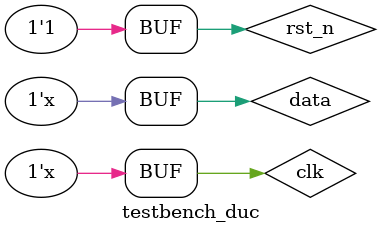
<source format=v>
`timescale 1ns / 1ps
module testbench_duc();

reg clk = 0;
reg rst_n = 0;

reg data = 0;
wire [7:0] dac;

always #1 begin
    clk <= ~clk;
end

always #360 begin
    data <= ~data;
end

initial begin
    #30
    rst_n <= 1;
end

DUCWrapper duc (
    .io_in_data(data),
    .io_in_sync(1),
    .io_out_dac(dac),
    .io_clock(clk),
    .io_resetN(rst_n)
);

endmodule

</source>
